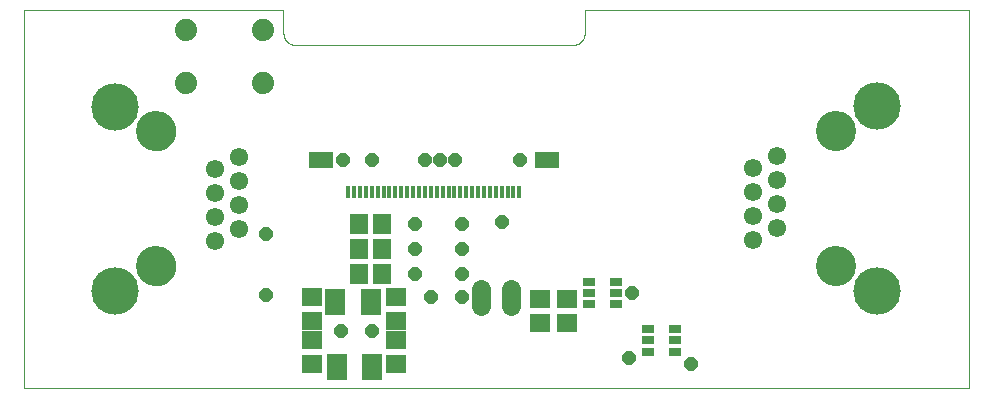
<source format=gts>
G75*
%MOIN*%
%OFA0B0*%
%FSLAX25Y25*%
%IPPOS*%
%LPD*%
%AMOC8*
5,1,8,0,0,1.08239X$1,22.5*
%
%ADD10C,0.00000*%
%ADD11R,0.08268X0.05512*%
%ADD12R,0.01575X0.04331*%
%ADD13C,0.13398*%
%ADD14C,0.07400*%
%ADD15R,0.05918X0.07099*%
%ADD16R,0.07099X0.05918*%
%ADD17R,0.06706X0.08674*%
%ADD18C,0.06400*%
%ADD19R,0.04343X0.03162*%
%ADD20C,0.06115*%
%ADD21R,0.04762X0.04762*%
%ADD22OC8,0.04369*%
%ADD23C,0.15800*%
D10*
X0001000Y0001571D02*
X0001000Y0127555D01*
X0087614Y0127555D01*
X0087614Y0119681D01*
X0087616Y0119557D01*
X0087622Y0119434D01*
X0087631Y0119310D01*
X0087645Y0119188D01*
X0087662Y0119065D01*
X0087684Y0118943D01*
X0087709Y0118822D01*
X0087738Y0118702D01*
X0087770Y0118583D01*
X0087807Y0118464D01*
X0087847Y0118347D01*
X0087890Y0118232D01*
X0087938Y0118117D01*
X0087989Y0118005D01*
X0088043Y0117894D01*
X0088101Y0117784D01*
X0088162Y0117677D01*
X0088227Y0117571D01*
X0088295Y0117468D01*
X0088366Y0117367D01*
X0088440Y0117268D01*
X0088517Y0117171D01*
X0088598Y0117077D01*
X0088681Y0116986D01*
X0088767Y0116897D01*
X0088856Y0116811D01*
X0088947Y0116728D01*
X0089041Y0116647D01*
X0089138Y0116570D01*
X0089237Y0116496D01*
X0089338Y0116425D01*
X0089441Y0116357D01*
X0089547Y0116292D01*
X0089654Y0116231D01*
X0089764Y0116173D01*
X0089875Y0116119D01*
X0089987Y0116068D01*
X0090102Y0116020D01*
X0090217Y0115977D01*
X0090334Y0115937D01*
X0090453Y0115900D01*
X0090572Y0115868D01*
X0090692Y0115839D01*
X0090813Y0115814D01*
X0090935Y0115792D01*
X0091058Y0115775D01*
X0091180Y0115761D01*
X0091304Y0115752D01*
X0091427Y0115746D01*
X0091551Y0115744D01*
X0184071Y0115744D01*
X0184195Y0115746D01*
X0184318Y0115752D01*
X0184442Y0115761D01*
X0184564Y0115775D01*
X0184687Y0115792D01*
X0184809Y0115814D01*
X0184930Y0115839D01*
X0185050Y0115868D01*
X0185169Y0115900D01*
X0185288Y0115937D01*
X0185405Y0115977D01*
X0185520Y0116020D01*
X0185635Y0116068D01*
X0185747Y0116119D01*
X0185858Y0116173D01*
X0185968Y0116231D01*
X0186075Y0116292D01*
X0186181Y0116357D01*
X0186284Y0116425D01*
X0186385Y0116496D01*
X0186484Y0116570D01*
X0186581Y0116647D01*
X0186675Y0116728D01*
X0186766Y0116811D01*
X0186855Y0116897D01*
X0186941Y0116986D01*
X0187024Y0117077D01*
X0187105Y0117171D01*
X0187182Y0117268D01*
X0187256Y0117367D01*
X0187327Y0117468D01*
X0187395Y0117571D01*
X0187460Y0117677D01*
X0187521Y0117784D01*
X0187579Y0117894D01*
X0187633Y0118005D01*
X0187684Y0118117D01*
X0187732Y0118232D01*
X0187775Y0118347D01*
X0187815Y0118464D01*
X0187852Y0118583D01*
X0187884Y0118702D01*
X0187913Y0118822D01*
X0187938Y0118943D01*
X0187960Y0119065D01*
X0187977Y0119188D01*
X0187991Y0119310D01*
X0188000Y0119434D01*
X0188006Y0119557D01*
X0188008Y0119681D01*
X0188008Y0127555D01*
X0315961Y0127555D01*
X0315961Y0001571D01*
X0001000Y0001571D01*
X0038934Y0042020D02*
X0038936Y0042178D01*
X0038942Y0042336D01*
X0038952Y0042494D01*
X0038966Y0042652D01*
X0038984Y0042809D01*
X0039005Y0042966D01*
X0039031Y0043122D01*
X0039061Y0043278D01*
X0039094Y0043433D01*
X0039132Y0043586D01*
X0039173Y0043739D01*
X0039218Y0043891D01*
X0039267Y0044042D01*
X0039320Y0044191D01*
X0039376Y0044339D01*
X0039436Y0044485D01*
X0039500Y0044630D01*
X0039568Y0044773D01*
X0039639Y0044915D01*
X0039713Y0045055D01*
X0039791Y0045192D01*
X0039873Y0045328D01*
X0039957Y0045462D01*
X0040046Y0045593D01*
X0040137Y0045722D01*
X0040232Y0045849D01*
X0040329Y0045974D01*
X0040430Y0046096D01*
X0040534Y0046215D01*
X0040641Y0046332D01*
X0040751Y0046446D01*
X0040864Y0046557D01*
X0040979Y0046666D01*
X0041097Y0046771D01*
X0041218Y0046873D01*
X0041341Y0046973D01*
X0041467Y0047069D01*
X0041595Y0047162D01*
X0041725Y0047252D01*
X0041858Y0047338D01*
X0041993Y0047422D01*
X0042129Y0047501D01*
X0042268Y0047578D01*
X0042409Y0047650D01*
X0042551Y0047720D01*
X0042695Y0047785D01*
X0042841Y0047847D01*
X0042988Y0047905D01*
X0043137Y0047960D01*
X0043287Y0048011D01*
X0043438Y0048058D01*
X0043590Y0048101D01*
X0043743Y0048140D01*
X0043898Y0048176D01*
X0044053Y0048207D01*
X0044209Y0048235D01*
X0044365Y0048259D01*
X0044522Y0048279D01*
X0044680Y0048295D01*
X0044837Y0048307D01*
X0044996Y0048315D01*
X0045154Y0048319D01*
X0045312Y0048319D01*
X0045470Y0048315D01*
X0045629Y0048307D01*
X0045786Y0048295D01*
X0045944Y0048279D01*
X0046101Y0048259D01*
X0046257Y0048235D01*
X0046413Y0048207D01*
X0046568Y0048176D01*
X0046723Y0048140D01*
X0046876Y0048101D01*
X0047028Y0048058D01*
X0047179Y0048011D01*
X0047329Y0047960D01*
X0047478Y0047905D01*
X0047625Y0047847D01*
X0047771Y0047785D01*
X0047915Y0047720D01*
X0048057Y0047650D01*
X0048198Y0047578D01*
X0048337Y0047501D01*
X0048473Y0047422D01*
X0048608Y0047338D01*
X0048741Y0047252D01*
X0048871Y0047162D01*
X0048999Y0047069D01*
X0049125Y0046973D01*
X0049248Y0046873D01*
X0049369Y0046771D01*
X0049487Y0046666D01*
X0049602Y0046557D01*
X0049715Y0046446D01*
X0049825Y0046332D01*
X0049932Y0046215D01*
X0050036Y0046096D01*
X0050137Y0045974D01*
X0050234Y0045849D01*
X0050329Y0045722D01*
X0050420Y0045593D01*
X0050509Y0045462D01*
X0050593Y0045328D01*
X0050675Y0045192D01*
X0050753Y0045055D01*
X0050827Y0044915D01*
X0050898Y0044773D01*
X0050966Y0044630D01*
X0051030Y0044485D01*
X0051090Y0044339D01*
X0051146Y0044191D01*
X0051199Y0044042D01*
X0051248Y0043891D01*
X0051293Y0043739D01*
X0051334Y0043586D01*
X0051372Y0043433D01*
X0051405Y0043278D01*
X0051435Y0043122D01*
X0051461Y0042966D01*
X0051482Y0042809D01*
X0051500Y0042652D01*
X0051514Y0042494D01*
X0051524Y0042336D01*
X0051530Y0042178D01*
X0051532Y0042020D01*
X0051530Y0041862D01*
X0051524Y0041704D01*
X0051514Y0041546D01*
X0051500Y0041388D01*
X0051482Y0041231D01*
X0051461Y0041074D01*
X0051435Y0040918D01*
X0051405Y0040762D01*
X0051372Y0040607D01*
X0051334Y0040454D01*
X0051293Y0040301D01*
X0051248Y0040149D01*
X0051199Y0039998D01*
X0051146Y0039849D01*
X0051090Y0039701D01*
X0051030Y0039555D01*
X0050966Y0039410D01*
X0050898Y0039267D01*
X0050827Y0039125D01*
X0050753Y0038985D01*
X0050675Y0038848D01*
X0050593Y0038712D01*
X0050509Y0038578D01*
X0050420Y0038447D01*
X0050329Y0038318D01*
X0050234Y0038191D01*
X0050137Y0038066D01*
X0050036Y0037944D01*
X0049932Y0037825D01*
X0049825Y0037708D01*
X0049715Y0037594D01*
X0049602Y0037483D01*
X0049487Y0037374D01*
X0049369Y0037269D01*
X0049248Y0037167D01*
X0049125Y0037067D01*
X0048999Y0036971D01*
X0048871Y0036878D01*
X0048741Y0036788D01*
X0048608Y0036702D01*
X0048473Y0036618D01*
X0048337Y0036539D01*
X0048198Y0036462D01*
X0048057Y0036390D01*
X0047915Y0036320D01*
X0047771Y0036255D01*
X0047625Y0036193D01*
X0047478Y0036135D01*
X0047329Y0036080D01*
X0047179Y0036029D01*
X0047028Y0035982D01*
X0046876Y0035939D01*
X0046723Y0035900D01*
X0046568Y0035864D01*
X0046413Y0035833D01*
X0046257Y0035805D01*
X0046101Y0035781D01*
X0045944Y0035761D01*
X0045786Y0035745D01*
X0045629Y0035733D01*
X0045470Y0035725D01*
X0045312Y0035721D01*
X0045154Y0035721D01*
X0044996Y0035725D01*
X0044837Y0035733D01*
X0044680Y0035745D01*
X0044522Y0035761D01*
X0044365Y0035781D01*
X0044209Y0035805D01*
X0044053Y0035833D01*
X0043898Y0035864D01*
X0043743Y0035900D01*
X0043590Y0035939D01*
X0043438Y0035982D01*
X0043287Y0036029D01*
X0043137Y0036080D01*
X0042988Y0036135D01*
X0042841Y0036193D01*
X0042695Y0036255D01*
X0042551Y0036320D01*
X0042409Y0036390D01*
X0042268Y0036462D01*
X0042129Y0036539D01*
X0041993Y0036618D01*
X0041858Y0036702D01*
X0041725Y0036788D01*
X0041595Y0036878D01*
X0041467Y0036971D01*
X0041341Y0037067D01*
X0041218Y0037167D01*
X0041097Y0037269D01*
X0040979Y0037374D01*
X0040864Y0037483D01*
X0040751Y0037594D01*
X0040641Y0037708D01*
X0040534Y0037825D01*
X0040430Y0037944D01*
X0040329Y0038066D01*
X0040232Y0038191D01*
X0040137Y0038318D01*
X0040046Y0038447D01*
X0039957Y0038578D01*
X0039873Y0038712D01*
X0039791Y0038848D01*
X0039713Y0038985D01*
X0039639Y0039125D01*
X0039568Y0039267D01*
X0039500Y0039410D01*
X0039436Y0039555D01*
X0039376Y0039701D01*
X0039320Y0039849D01*
X0039267Y0039998D01*
X0039218Y0040149D01*
X0039173Y0040301D01*
X0039132Y0040454D01*
X0039094Y0040607D01*
X0039061Y0040762D01*
X0039031Y0040918D01*
X0039005Y0041074D01*
X0038984Y0041231D01*
X0038966Y0041388D01*
X0038952Y0041546D01*
X0038942Y0041704D01*
X0038936Y0041862D01*
X0038934Y0042020D01*
X0038934Y0087020D02*
X0038936Y0087178D01*
X0038942Y0087336D01*
X0038952Y0087494D01*
X0038966Y0087652D01*
X0038984Y0087809D01*
X0039005Y0087966D01*
X0039031Y0088122D01*
X0039061Y0088278D01*
X0039094Y0088433D01*
X0039132Y0088586D01*
X0039173Y0088739D01*
X0039218Y0088891D01*
X0039267Y0089042D01*
X0039320Y0089191D01*
X0039376Y0089339D01*
X0039436Y0089485D01*
X0039500Y0089630D01*
X0039568Y0089773D01*
X0039639Y0089915D01*
X0039713Y0090055D01*
X0039791Y0090192D01*
X0039873Y0090328D01*
X0039957Y0090462D01*
X0040046Y0090593D01*
X0040137Y0090722D01*
X0040232Y0090849D01*
X0040329Y0090974D01*
X0040430Y0091096D01*
X0040534Y0091215D01*
X0040641Y0091332D01*
X0040751Y0091446D01*
X0040864Y0091557D01*
X0040979Y0091666D01*
X0041097Y0091771D01*
X0041218Y0091873D01*
X0041341Y0091973D01*
X0041467Y0092069D01*
X0041595Y0092162D01*
X0041725Y0092252D01*
X0041858Y0092338D01*
X0041993Y0092422D01*
X0042129Y0092501D01*
X0042268Y0092578D01*
X0042409Y0092650D01*
X0042551Y0092720D01*
X0042695Y0092785D01*
X0042841Y0092847D01*
X0042988Y0092905D01*
X0043137Y0092960D01*
X0043287Y0093011D01*
X0043438Y0093058D01*
X0043590Y0093101D01*
X0043743Y0093140D01*
X0043898Y0093176D01*
X0044053Y0093207D01*
X0044209Y0093235D01*
X0044365Y0093259D01*
X0044522Y0093279D01*
X0044680Y0093295D01*
X0044837Y0093307D01*
X0044996Y0093315D01*
X0045154Y0093319D01*
X0045312Y0093319D01*
X0045470Y0093315D01*
X0045629Y0093307D01*
X0045786Y0093295D01*
X0045944Y0093279D01*
X0046101Y0093259D01*
X0046257Y0093235D01*
X0046413Y0093207D01*
X0046568Y0093176D01*
X0046723Y0093140D01*
X0046876Y0093101D01*
X0047028Y0093058D01*
X0047179Y0093011D01*
X0047329Y0092960D01*
X0047478Y0092905D01*
X0047625Y0092847D01*
X0047771Y0092785D01*
X0047915Y0092720D01*
X0048057Y0092650D01*
X0048198Y0092578D01*
X0048337Y0092501D01*
X0048473Y0092422D01*
X0048608Y0092338D01*
X0048741Y0092252D01*
X0048871Y0092162D01*
X0048999Y0092069D01*
X0049125Y0091973D01*
X0049248Y0091873D01*
X0049369Y0091771D01*
X0049487Y0091666D01*
X0049602Y0091557D01*
X0049715Y0091446D01*
X0049825Y0091332D01*
X0049932Y0091215D01*
X0050036Y0091096D01*
X0050137Y0090974D01*
X0050234Y0090849D01*
X0050329Y0090722D01*
X0050420Y0090593D01*
X0050509Y0090462D01*
X0050593Y0090328D01*
X0050675Y0090192D01*
X0050753Y0090055D01*
X0050827Y0089915D01*
X0050898Y0089773D01*
X0050966Y0089630D01*
X0051030Y0089485D01*
X0051090Y0089339D01*
X0051146Y0089191D01*
X0051199Y0089042D01*
X0051248Y0088891D01*
X0051293Y0088739D01*
X0051334Y0088586D01*
X0051372Y0088433D01*
X0051405Y0088278D01*
X0051435Y0088122D01*
X0051461Y0087966D01*
X0051482Y0087809D01*
X0051500Y0087652D01*
X0051514Y0087494D01*
X0051524Y0087336D01*
X0051530Y0087178D01*
X0051532Y0087020D01*
X0051530Y0086862D01*
X0051524Y0086704D01*
X0051514Y0086546D01*
X0051500Y0086388D01*
X0051482Y0086231D01*
X0051461Y0086074D01*
X0051435Y0085918D01*
X0051405Y0085762D01*
X0051372Y0085607D01*
X0051334Y0085454D01*
X0051293Y0085301D01*
X0051248Y0085149D01*
X0051199Y0084998D01*
X0051146Y0084849D01*
X0051090Y0084701D01*
X0051030Y0084555D01*
X0050966Y0084410D01*
X0050898Y0084267D01*
X0050827Y0084125D01*
X0050753Y0083985D01*
X0050675Y0083848D01*
X0050593Y0083712D01*
X0050509Y0083578D01*
X0050420Y0083447D01*
X0050329Y0083318D01*
X0050234Y0083191D01*
X0050137Y0083066D01*
X0050036Y0082944D01*
X0049932Y0082825D01*
X0049825Y0082708D01*
X0049715Y0082594D01*
X0049602Y0082483D01*
X0049487Y0082374D01*
X0049369Y0082269D01*
X0049248Y0082167D01*
X0049125Y0082067D01*
X0048999Y0081971D01*
X0048871Y0081878D01*
X0048741Y0081788D01*
X0048608Y0081702D01*
X0048473Y0081618D01*
X0048337Y0081539D01*
X0048198Y0081462D01*
X0048057Y0081390D01*
X0047915Y0081320D01*
X0047771Y0081255D01*
X0047625Y0081193D01*
X0047478Y0081135D01*
X0047329Y0081080D01*
X0047179Y0081029D01*
X0047028Y0080982D01*
X0046876Y0080939D01*
X0046723Y0080900D01*
X0046568Y0080864D01*
X0046413Y0080833D01*
X0046257Y0080805D01*
X0046101Y0080781D01*
X0045944Y0080761D01*
X0045786Y0080745D01*
X0045629Y0080733D01*
X0045470Y0080725D01*
X0045312Y0080721D01*
X0045154Y0080721D01*
X0044996Y0080725D01*
X0044837Y0080733D01*
X0044680Y0080745D01*
X0044522Y0080761D01*
X0044365Y0080781D01*
X0044209Y0080805D01*
X0044053Y0080833D01*
X0043898Y0080864D01*
X0043743Y0080900D01*
X0043590Y0080939D01*
X0043438Y0080982D01*
X0043287Y0081029D01*
X0043137Y0081080D01*
X0042988Y0081135D01*
X0042841Y0081193D01*
X0042695Y0081255D01*
X0042551Y0081320D01*
X0042409Y0081390D01*
X0042268Y0081462D01*
X0042129Y0081539D01*
X0041993Y0081618D01*
X0041858Y0081702D01*
X0041725Y0081788D01*
X0041595Y0081878D01*
X0041467Y0081971D01*
X0041341Y0082067D01*
X0041218Y0082167D01*
X0041097Y0082269D01*
X0040979Y0082374D01*
X0040864Y0082483D01*
X0040751Y0082594D01*
X0040641Y0082708D01*
X0040534Y0082825D01*
X0040430Y0082944D01*
X0040329Y0083066D01*
X0040232Y0083191D01*
X0040137Y0083318D01*
X0040046Y0083447D01*
X0039957Y0083578D01*
X0039873Y0083712D01*
X0039791Y0083848D01*
X0039713Y0083985D01*
X0039639Y0084125D01*
X0039568Y0084267D01*
X0039500Y0084410D01*
X0039436Y0084555D01*
X0039376Y0084701D01*
X0039320Y0084849D01*
X0039267Y0084998D01*
X0039218Y0085149D01*
X0039173Y0085301D01*
X0039132Y0085454D01*
X0039094Y0085607D01*
X0039061Y0085762D01*
X0039031Y0085918D01*
X0039005Y0086074D01*
X0038984Y0086231D01*
X0038966Y0086388D01*
X0038952Y0086546D01*
X0038942Y0086704D01*
X0038936Y0086862D01*
X0038934Y0087020D01*
X0265429Y0087106D02*
X0265431Y0087264D01*
X0265437Y0087422D01*
X0265447Y0087580D01*
X0265461Y0087738D01*
X0265479Y0087895D01*
X0265500Y0088052D01*
X0265526Y0088208D01*
X0265556Y0088364D01*
X0265589Y0088519D01*
X0265627Y0088672D01*
X0265668Y0088825D01*
X0265713Y0088977D01*
X0265762Y0089128D01*
X0265815Y0089277D01*
X0265871Y0089425D01*
X0265931Y0089571D01*
X0265995Y0089716D01*
X0266063Y0089859D01*
X0266134Y0090001D01*
X0266208Y0090141D01*
X0266286Y0090278D01*
X0266368Y0090414D01*
X0266452Y0090548D01*
X0266541Y0090679D01*
X0266632Y0090808D01*
X0266727Y0090935D01*
X0266824Y0091060D01*
X0266925Y0091182D01*
X0267029Y0091301D01*
X0267136Y0091418D01*
X0267246Y0091532D01*
X0267359Y0091643D01*
X0267474Y0091752D01*
X0267592Y0091857D01*
X0267713Y0091959D01*
X0267836Y0092059D01*
X0267962Y0092155D01*
X0268090Y0092248D01*
X0268220Y0092338D01*
X0268353Y0092424D01*
X0268488Y0092508D01*
X0268624Y0092587D01*
X0268763Y0092664D01*
X0268904Y0092736D01*
X0269046Y0092806D01*
X0269190Y0092871D01*
X0269336Y0092933D01*
X0269483Y0092991D01*
X0269632Y0093046D01*
X0269782Y0093097D01*
X0269933Y0093144D01*
X0270085Y0093187D01*
X0270238Y0093226D01*
X0270393Y0093262D01*
X0270548Y0093293D01*
X0270704Y0093321D01*
X0270860Y0093345D01*
X0271017Y0093365D01*
X0271175Y0093381D01*
X0271332Y0093393D01*
X0271491Y0093401D01*
X0271649Y0093405D01*
X0271807Y0093405D01*
X0271965Y0093401D01*
X0272124Y0093393D01*
X0272281Y0093381D01*
X0272439Y0093365D01*
X0272596Y0093345D01*
X0272752Y0093321D01*
X0272908Y0093293D01*
X0273063Y0093262D01*
X0273218Y0093226D01*
X0273371Y0093187D01*
X0273523Y0093144D01*
X0273674Y0093097D01*
X0273824Y0093046D01*
X0273973Y0092991D01*
X0274120Y0092933D01*
X0274266Y0092871D01*
X0274410Y0092806D01*
X0274552Y0092736D01*
X0274693Y0092664D01*
X0274832Y0092587D01*
X0274968Y0092508D01*
X0275103Y0092424D01*
X0275236Y0092338D01*
X0275366Y0092248D01*
X0275494Y0092155D01*
X0275620Y0092059D01*
X0275743Y0091959D01*
X0275864Y0091857D01*
X0275982Y0091752D01*
X0276097Y0091643D01*
X0276210Y0091532D01*
X0276320Y0091418D01*
X0276427Y0091301D01*
X0276531Y0091182D01*
X0276632Y0091060D01*
X0276729Y0090935D01*
X0276824Y0090808D01*
X0276915Y0090679D01*
X0277004Y0090548D01*
X0277088Y0090414D01*
X0277170Y0090278D01*
X0277248Y0090141D01*
X0277322Y0090001D01*
X0277393Y0089859D01*
X0277461Y0089716D01*
X0277525Y0089571D01*
X0277585Y0089425D01*
X0277641Y0089277D01*
X0277694Y0089128D01*
X0277743Y0088977D01*
X0277788Y0088825D01*
X0277829Y0088672D01*
X0277867Y0088519D01*
X0277900Y0088364D01*
X0277930Y0088208D01*
X0277956Y0088052D01*
X0277977Y0087895D01*
X0277995Y0087738D01*
X0278009Y0087580D01*
X0278019Y0087422D01*
X0278025Y0087264D01*
X0278027Y0087106D01*
X0278025Y0086948D01*
X0278019Y0086790D01*
X0278009Y0086632D01*
X0277995Y0086474D01*
X0277977Y0086317D01*
X0277956Y0086160D01*
X0277930Y0086004D01*
X0277900Y0085848D01*
X0277867Y0085693D01*
X0277829Y0085540D01*
X0277788Y0085387D01*
X0277743Y0085235D01*
X0277694Y0085084D01*
X0277641Y0084935D01*
X0277585Y0084787D01*
X0277525Y0084641D01*
X0277461Y0084496D01*
X0277393Y0084353D01*
X0277322Y0084211D01*
X0277248Y0084071D01*
X0277170Y0083934D01*
X0277088Y0083798D01*
X0277004Y0083664D01*
X0276915Y0083533D01*
X0276824Y0083404D01*
X0276729Y0083277D01*
X0276632Y0083152D01*
X0276531Y0083030D01*
X0276427Y0082911D01*
X0276320Y0082794D01*
X0276210Y0082680D01*
X0276097Y0082569D01*
X0275982Y0082460D01*
X0275864Y0082355D01*
X0275743Y0082253D01*
X0275620Y0082153D01*
X0275494Y0082057D01*
X0275366Y0081964D01*
X0275236Y0081874D01*
X0275103Y0081788D01*
X0274968Y0081704D01*
X0274832Y0081625D01*
X0274693Y0081548D01*
X0274552Y0081476D01*
X0274410Y0081406D01*
X0274266Y0081341D01*
X0274120Y0081279D01*
X0273973Y0081221D01*
X0273824Y0081166D01*
X0273674Y0081115D01*
X0273523Y0081068D01*
X0273371Y0081025D01*
X0273218Y0080986D01*
X0273063Y0080950D01*
X0272908Y0080919D01*
X0272752Y0080891D01*
X0272596Y0080867D01*
X0272439Y0080847D01*
X0272281Y0080831D01*
X0272124Y0080819D01*
X0271965Y0080811D01*
X0271807Y0080807D01*
X0271649Y0080807D01*
X0271491Y0080811D01*
X0271332Y0080819D01*
X0271175Y0080831D01*
X0271017Y0080847D01*
X0270860Y0080867D01*
X0270704Y0080891D01*
X0270548Y0080919D01*
X0270393Y0080950D01*
X0270238Y0080986D01*
X0270085Y0081025D01*
X0269933Y0081068D01*
X0269782Y0081115D01*
X0269632Y0081166D01*
X0269483Y0081221D01*
X0269336Y0081279D01*
X0269190Y0081341D01*
X0269046Y0081406D01*
X0268904Y0081476D01*
X0268763Y0081548D01*
X0268624Y0081625D01*
X0268488Y0081704D01*
X0268353Y0081788D01*
X0268220Y0081874D01*
X0268090Y0081964D01*
X0267962Y0082057D01*
X0267836Y0082153D01*
X0267713Y0082253D01*
X0267592Y0082355D01*
X0267474Y0082460D01*
X0267359Y0082569D01*
X0267246Y0082680D01*
X0267136Y0082794D01*
X0267029Y0082911D01*
X0266925Y0083030D01*
X0266824Y0083152D01*
X0266727Y0083277D01*
X0266632Y0083404D01*
X0266541Y0083533D01*
X0266452Y0083664D01*
X0266368Y0083798D01*
X0266286Y0083934D01*
X0266208Y0084071D01*
X0266134Y0084211D01*
X0266063Y0084353D01*
X0265995Y0084496D01*
X0265931Y0084641D01*
X0265871Y0084787D01*
X0265815Y0084935D01*
X0265762Y0085084D01*
X0265713Y0085235D01*
X0265668Y0085387D01*
X0265627Y0085540D01*
X0265589Y0085693D01*
X0265556Y0085848D01*
X0265526Y0086004D01*
X0265500Y0086160D01*
X0265479Y0086317D01*
X0265461Y0086474D01*
X0265447Y0086632D01*
X0265437Y0086790D01*
X0265431Y0086948D01*
X0265429Y0087106D01*
X0265429Y0042106D02*
X0265431Y0042264D01*
X0265437Y0042422D01*
X0265447Y0042580D01*
X0265461Y0042738D01*
X0265479Y0042895D01*
X0265500Y0043052D01*
X0265526Y0043208D01*
X0265556Y0043364D01*
X0265589Y0043519D01*
X0265627Y0043672D01*
X0265668Y0043825D01*
X0265713Y0043977D01*
X0265762Y0044128D01*
X0265815Y0044277D01*
X0265871Y0044425D01*
X0265931Y0044571D01*
X0265995Y0044716D01*
X0266063Y0044859D01*
X0266134Y0045001D01*
X0266208Y0045141D01*
X0266286Y0045278D01*
X0266368Y0045414D01*
X0266452Y0045548D01*
X0266541Y0045679D01*
X0266632Y0045808D01*
X0266727Y0045935D01*
X0266824Y0046060D01*
X0266925Y0046182D01*
X0267029Y0046301D01*
X0267136Y0046418D01*
X0267246Y0046532D01*
X0267359Y0046643D01*
X0267474Y0046752D01*
X0267592Y0046857D01*
X0267713Y0046959D01*
X0267836Y0047059D01*
X0267962Y0047155D01*
X0268090Y0047248D01*
X0268220Y0047338D01*
X0268353Y0047424D01*
X0268488Y0047508D01*
X0268624Y0047587D01*
X0268763Y0047664D01*
X0268904Y0047736D01*
X0269046Y0047806D01*
X0269190Y0047871D01*
X0269336Y0047933D01*
X0269483Y0047991D01*
X0269632Y0048046D01*
X0269782Y0048097D01*
X0269933Y0048144D01*
X0270085Y0048187D01*
X0270238Y0048226D01*
X0270393Y0048262D01*
X0270548Y0048293D01*
X0270704Y0048321D01*
X0270860Y0048345D01*
X0271017Y0048365D01*
X0271175Y0048381D01*
X0271332Y0048393D01*
X0271491Y0048401D01*
X0271649Y0048405D01*
X0271807Y0048405D01*
X0271965Y0048401D01*
X0272124Y0048393D01*
X0272281Y0048381D01*
X0272439Y0048365D01*
X0272596Y0048345D01*
X0272752Y0048321D01*
X0272908Y0048293D01*
X0273063Y0048262D01*
X0273218Y0048226D01*
X0273371Y0048187D01*
X0273523Y0048144D01*
X0273674Y0048097D01*
X0273824Y0048046D01*
X0273973Y0047991D01*
X0274120Y0047933D01*
X0274266Y0047871D01*
X0274410Y0047806D01*
X0274552Y0047736D01*
X0274693Y0047664D01*
X0274832Y0047587D01*
X0274968Y0047508D01*
X0275103Y0047424D01*
X0275236Y0047338D01*
X0275366Y0047248D01*
X0275494Y0047155D01*
X0275620Y0047059D01*
X0275743Y0046959D01*
X0275864Y0046857D01*
X0275982Y0046752D01*
X0276097Y0046643D01*
X0276210Y0046532D01*
X0276320Y0046418D01*
X0276427Y0046301D01*
X0276531Y0046182D01*
X0276632Y0046060D01*
X0276729Y0045935D01*
X0276824Y0045808D01*
X0276915Y0045679D01*
X0277004Y0045548D01*
X0277088Y0045414D01*
X0277170Y0045278D01*
X0277248Y0045141D01*
X0277322Y0045001D01*
X0277393Y0044859D01*
X0277461Y0044716D01*
X0277525Y0044571D01*
X0277585Y0044425D01*
X0277641Y0044277D01*
X0277694Y0044128D01*
X0277743Y0043977D01*
X0277788Y0043825D01*
X0277829Y0043672D01*
X0277867Y0043519D01*
X0277900Y0043364D01*
X0277930Y0043208D01*
X0277956Y0043052D01*
X0277977Y0042895D01*
X0277995Y0042738D01*
X0278009Y0042580D01*
X0278019Y0042422D01*
X0278025Y0042264D01*
X0278027Y0042106D01*
X0278025Y0041948D01*
X0278019Y0041790D01*
X0278009Y0041632D01*
X0277995Y0041474D01*
X0277977Y0041317D01*
X0277956Y0041160D01*
X0277930Y0041004D01*
X0277900Y0040848D01*
X0277867Y0040693D01*
X0277829Y0040540D01*
X0277788Y0040387D01*
X0277743Y0040235D01*
X0277694Y0040084D01*
X0277641Y0039935D01*
X0277585Y0039787D01*
X0277525Y0039641D01*
X0277461Y0039496D01*
X0277393Y0039353D01*
X0277322Y0039211D01*
X0277248Y0039071D01*
X0277170Y0038934D01*
X0277088Y0038798D01*
X0277004Y0038664D01*
X0276915Y0038533D01*
X0276824Y0038404D01*
X0276729Y0038277D01*
X0276632Y0038152D01*
X0276531Y0038030D01*
X0276427Y0037911D01*
X0276320Y0037794D01*
X0276210Y0037680D01*
X0276097Y0037569D01*
X0275982Y0037460D01*
X0275864Y0037355D01*
X0275743Y0037253D01*
X0275620Y0037153D01*
X0275494Y0037057D01*
X0275366Y0036964D01*
X0275236Y0036874D01*
X0275103Y0036788D01*
X0274968Y0036704D01*
X0274832Y0036625D01*
X0274693Y0036548D01*
X0274552Y0036476D01*
X0274410Y0036406D01*
X0274266Y0036341D01*
X0274120Y0036279D01*
X0273973Y0036221D01*
X0273824Y0036166D01*
X0273674Y0036115D01*
X0273523Y0036068D01*
X0273371Y0036025D01*
X0273218Y0035986D01*
X0273063Y0035950D01*
X0272908Y0035919D01*
X0272752Y0035891D01*
X0272596Y0035867D01*
X0272439Y0035847D01*
X0272281Y0035831D01*
X0272124Y0035819D01*
X0271965Y0035811D01*
X0271807Y0035807D01*
X0271649Y0035807D01*
X0271491Y0035811D01*
X0271332Y0035819D01*
X0271175Y0035831D01*
X0271017Y0035847D01*
X0270860Y0035867D01*
X0270704Y0035891D01*
X0270548Y0035919D01*
X0270393Y0035950D01*
X0270238Y0035986D01*
X0270085Y0036025D01*
X0269933Y0036068D01*
X0269782Y0036115D01*
X0269632Y0036166D01*
X0269483Y0036221D01*
X0269336Y0036279D01*
X0269190Y0036341D01*
X0269046Y0036406D01*
X0268904Y0036476D01*
X0268763Y0036548D01*
X0268624Y0036625D01*
X0268488Y0036704D01*
X0268353Y0036788D01*
X0268220Y0036874D01*
X0268090Y0036964D01*
X0267962Y0037057D01*
X0267836Y0037153D01*
X0267713Y0037253D01*
X0267592Y0037355D01*
X0267474Y0037460D01*
X0267359Y0037569D01*
X0267246Y0037680D01*
X0267136Y0037794D01*
X0267029Y0037911D01*
X0266925Y0038030D01*
X0266824Y0038152D01*
X0266727Y0038277D01*
X0266632Y0038404D01*
X0266541Y0038533D01*
X0266452Y0038664D01*
X0266368Y0038798D01*
X0266286Y0038934D01*
X0266208Y0039071D01*
X0266134Y0039211D01*
X0266063Y0039353D01*
X0265995Y0039496D01*
X0265931Y0039641D01*
X0265871Y0039787D01*
X0265815Y0039935D01*
X0265762Y0040084D01*
X0265713Y0040235D01*
X0265668Y0040387D01*
X0265627Y0040540D01*
X0265589Y0040693D01*
X0265556Y0040848D01*
X0265526Y0041004D01*
X0265500Y0041160D01*
X0265479Y0041317D01*
X0265461Y0041474D01*
X0265447Y0041632D01*
X0265437Y0041790D01*
X0265431Y0041948D01*
X0265429Y0042106D01*
D11*
X0175302Y0077397D03*
X0100106Y0077397D03*
D12*
X0109161Y0066767D03*
X0111129Y0066767D03*
X0113098Y0066767D03*
X0115066Y0066767D03*
X0117035Y0066767D03*
X0119003Y0066767D03*
X0120972Y0066767D03*
X0122940Y0066767D03*
X0124909Y0066767D03*
X0126877Y0066767D03*
X0126877Y0066767D03*
X0128846Y0066767D03*
X0130814Y0066767D03*
X0132783Y0066767D03*
X0134751Y0066767D03*
X0136720Y0066767D03*
X0136720Y0066767D03*
X0138688Y0066767D03*
X0140657Y0066767D03*
X0142625Y0066767D03*
X0144594Y0066767D03*
X0144594Y0066767D03*
X0146562Y0066767D03*
X0148531Y0066767D03*
X0148531Y0066767D03*
X0150499Y0066767D03*
X0150499Y0066767D03*
X0152468Y0066767D03*
X0152468Y0066767D03*
X0154436Y0066767D03*
X0156405Y0066767D03*
X0158373Y0066767D03*
X0160342Y0066767D03*
X0162310Y0066767D03*
X0164279Y0066767D03*
X0166247Y0066767D03*
D13*
X0271728Y0087106D03*
X0271728Y0042106D03*
X0045233Y0042020D03*
X0045233Y0087020D03*
D14*
X0055134Y0102949D03*
X0080724Y0102949D03*
X0080724Y0120665D03*
X0055134Y0120665D03*
D15*
X0112713Y0056197D03*
X0120587Y0056197D03*
X0120587Y0047831D03*
X0112713Y0047831D03*
X0112713Y0039465D03*
X0120587Y0039465D03*
D16*
X0125016Y0031591D03*
X0125016Y0023717D03*
X0125016Y0017319D03*
X0125016Y0009445D03*
X0096965Y0009445D03*
X0096965Y0017319D03*
X0096965Y0023717D03*
X0096965Y0031591D03*
X0173244Y0031098D03*
X0182102Y0031098D03*
X0182102Y0023224D03*
X0173244Y0023224D03*
D17*
X0116650Y0030114D03*
X0104839Y0030114D03*
X0105331Y0008461D03*
X0117142Y0008461D03*
D18*
X0153480Y0028791D02*
X0153480Y0034391D01*
X0163480Y0034391D02*
X0163480Y0028791D01*
D19*
X0189386Y0029327D03*
X0189386Y0033067D03*
X0189386Y0036807D03*
X0198441Y0036807D03*
X0198441Y0033067D03*
X0198441Y0029327D03*
X0209071Y0021059D03*
X0209071Y0017319D03*
X0209071Y0013579D03*
X0218126Y0013579D03*
X0218126Y0017319D03*
X0218126Y0021059D03*
D20*
X0244028Y0050606D03*
X0252028Y0054606D03*
X0244028Y0058606D03*
X0252028Y0062606D03*
X0244028Y0066606D03*
X0252028Y0070606D03*
X0244028Y0074606D03*
X0252028Y0078606D03*
X0072933Y0078520D03*
X0064933Y0074520D03*
X0072933Y0070520D03*
X0064933Y0066520D03*
X0072933Y0062520D03*
X0064933Y0058520D03*
X0072933Y0054520D03*
X0064933Y0050520D03*
D21*
X0072850Y0078539D03*
X0244110Y0050587D03*
D22*
X0203756Y0033067D03*
X0202772Y0011413D03*
X0223441Y0009445D03*
X0147161Y0031591D03*
X0136827Y0031591D03*
X0131413Y0039465D03*
X0147161Y0039465D03*
X0147161Y0047831D03*
X0131413Y0047831D03*
X0131413Y0056197D03*
X0147161Y0056197D03*
X0160449Y0056689D03*
X0166354Y0077358D03*
X0144701Y0077358D03*
X0139780Y0077358D03*
X0134858Y0077358D03*
X0117142Y0077358D03*
X0107299Y0077358D03*
X0081709Y0052752D03*
X0081709Y0032575D03*
X0106807Y0020272D03*
X0117142Y0020272D03*
D23*
X0031433Y0033820D03*
X0031433Y0095220D03*
X0285528Y0095306D03*
X0285528Y0033906D03*
M02*

</source>
